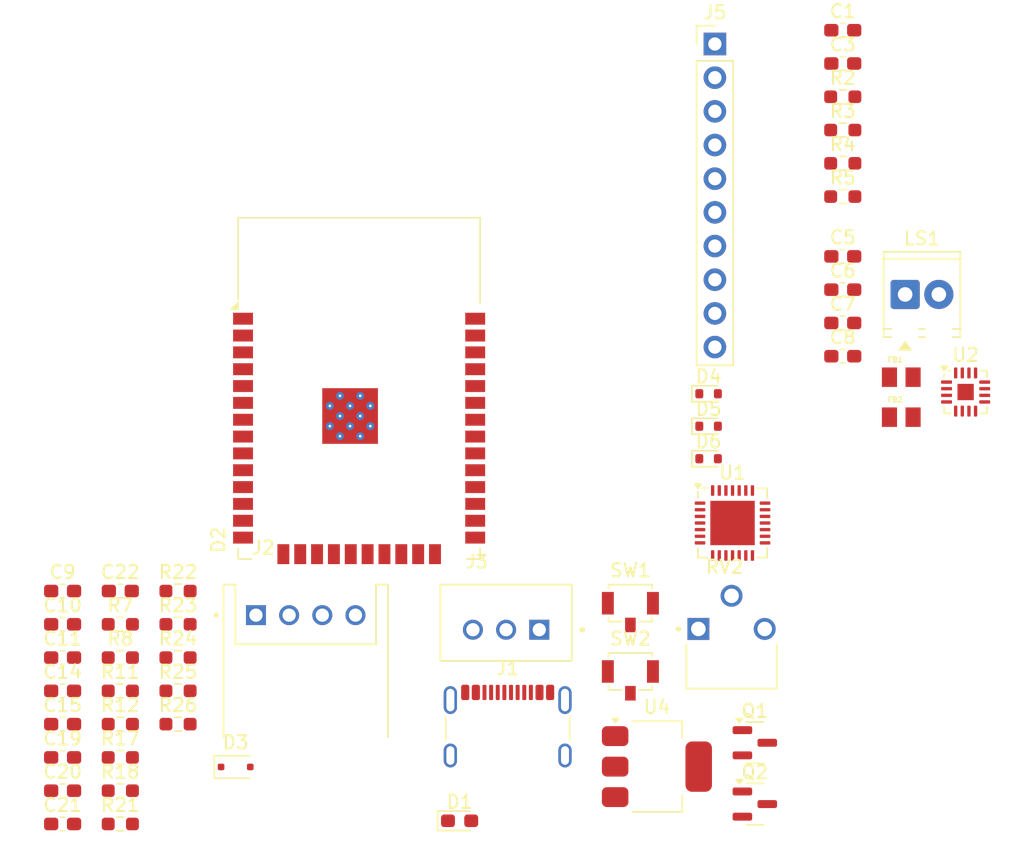
<source format=kicad_pcb>
(kicad_pcb (version 20241229) (generator "pcbnew") (generator_version "9.0")
  (layers (0 "F.Cu" signal) (2 "B.Cu" signal) (13 "F.Paste" user) (15 "B.Paste" user) (5 "F.SilkS" user "F.Silkscreen") (7 "B.SilkS" user "B.Silkscreen") (1 "F.Mask" user) (3 "B.Mask" user) (25 "Edge.Cuts" user))
  (net 0 "")
  (net 1 "GND")
  (net 2 "VDD33")
  (net 3 "Net-(C5-Pad2)")
  (net 4 "Net-(C7-Pad1)")
  (net 5 "Net-(C8-Pad1)")
  (net 6 "/EN")
  (net 7 "EXT_5V")
  (net 8 "/IO0")
  (net 9 "Net-(D1-A)")
  (net 10 "/IO26")
  (net 11 "/TXD0")
  (net 12 "Net-(D2-IO12)")
  (net 14 "/IO16")
  (net 15 "Net-(D2-IO27)")
  (net 16 "/IO23")
  (net 17 "/IO18")
  (net 19 "/IO25")
  (net 20 "/IO17")
  (net 22 "Net-(D2-IO2)")
  (net 23 "/IO5")
  (net 24 "/IO22")
  (net 25 "Net-(D2-IO35)")
  (net 26 "Net-(D2-IO21)")
  (net 28 "Net-(D2-IO15)")
  (net 29 "Net-(D2-IO14)")
  (net 30 "Net-(D2-IO4)")
  (net 31 "Net-(D2-IO32)")
  (net 32 "Net-(D2-IO33)")
  (net 33 "/RXD0")
  (net 34 "Net-(D2-IO13)")
  (net 38 "Net-(D2-IO34)")
  (net 39 "/IO19")
  (net 42 "/VBUS")
  (net 43 "/USB_DN")
  (net 44 "/USB_DP")
  (net 45 "Net-(U2-OUTP)")
  (net 46 "Net-(U2-OUTN)")
  (net 48 "Net-(J1-CC2)")
  (net 50 "Net-(J1-CC1)")
  (net 52 "/RTS")
  (net 53 "Net-(Q1-B)")
  (net 54 "Net-(Q2-B)")
  (net 55 "/DTR")
  (net 56 "/RXD")
  (net 57 "/TXD")
  (net 58 "Net-(U1-~{SUSPEND})")
  (net 59 "Net-(U1-~{RST})")
  (net 60 "Net-(U1-VBUS)")
  (footprint "Capacitor_SMD:C_0603_1608Metric_Pad1.08x0.95mm_HandSolder" (layer "F.Cu") (at 182.7305 77.363)
    (property "Reference" "C3" (at 0 -1.43 0) (layer "F.SilkS"))
    (property "Value" "10u")
    (pad "1" smd roundrect (at -0.8625 0) (size 1.075 0.95) (layers "F.Cu" "F.Mask" "F.Paste") (net 2 "VDD33"))
    (pad "2" smd roundrect (at 0.8625 0) (size 1.075 0.95) (layers "F.Cu" "F.Mask" "F.Paste") (net 1 "GND"))
  )
  (footprint "Capacitor_SMD:C_0603_1608Metric_Pad1.08x0.95mm_HandSolder" (layer "F.Cu") (at 123.9205 117.153)
    (property "Reference" "C9" (at 0 -1.43 0) (layer "F.SilkS"))
    (property "Value" "0.1 uF/50V")
    (pad "1" smd roundrect (at -0.8625 0) (size 1.075 0.95) (layers "F.Cu" "F.Mask" "F.Paste") (net 6 "/EN"))
    (pad "2" smd roundrect (at 0.8625 0) (size 1.075 0.95) (layers "F.Cu" "F.Mask" "F.Paste") (net 1 "GND"))
  )
  (footprint "Resistor_SMD:R_0603_1608Metric_Pad0.98x0.95mm_HandSolder" (layer "F.Cu") (at 128.2705 132.213)
    (property "Reference" "R18" (at 0 -1.43 0) (layer "F.SilkS"))
    (property "Value" "0R")
    (pad "1" smd roundrect (at -0.9125 0) (size 0.975 0.95) (layers "F.Cu" "F.Mask" "F.Paste") (net 33 "/RXD0"))
    (pad "2" smd roundrect (at 0.9125 0) (size 0.975 0.95) (layers "F.Cu" "F.Mask" "F.Paste") (net 57 "/TXD"))
  )
  (footprint "Diode_SMD:D_SOD-523" (layer "F.Cu") (at 172.6155 107.173)
    (property "Reference" "D6" (at 0 -1.3 0) (layer "F.SilkS"))
    (property "Value" "D")
    (pad "1" smd roundrect (at -0.7 0 180) (size 0.6 0.7) (layers "F.Cu" "F.Mask" "F.Paste") (net 1 "GND"))
    (pad "2" smd roundrect (at 0.7 0 180) (size 0.6 0.7) (layers "F.Cu" "F.Mask" "F.Paste") (net 42 "/VBUS"))
  )
  (footprint "Capacitor_SMD:C_0603_1608Metric_Pad1.08x0.95mm_HandSolder" (layer "F.Cu") (at 123.9205 119.663)
    (property "Reference" "C10" (at 0 -1.43 0) (layer "F.SilkS"))
    (property "Value" "22 uF/10V")
    (pad "1" smd roundrect (at -0.8625 0) (size 1.075 0.95) (layers "F.Cu" "F.Mask" "F.Paste") (net 7 "EXT_5V"))
    (pad "2" smd roundrect (at 0.8625 0) (size 1.075 0.95) (layers "F.Cu" "F.Mask" "F.Paste") (net 1 "GND"))
  )
  (footprint "Resistor_SMD:R_0603_1608Metric_Pad0.98x0.95mm_HandSolder" (layer "F.Cu") (at 132.6205 124.683)
    (property "Reference" "R25" (at 0 -1.43 0) (layer "F.SilkS"))
    (property "Value" "22.1k")
    (pad "1" smd roundrect (at -0.9125 0) (size 0.975 0.95) (layers "F.Cu" "F.Mask" "F.Paste") (net 42 "/VBUS"))
    (pad "2" smd roundrect (at 0.9125 0) (size 0.975 0.95) (layers "F.Cu" "F.Mask" "F.Paste") (net 60 "Net-(U1-VBUS)"))
  )
  (footprint "Capacitor_SMD:C_0603_1608Metric_Pad1.08x0.95mm_HandSolder" (layer "F.Cu") (at 123.9205 124.683)
    (property "Reference" "C14" (at 0 -1.43 0) (layer "F.SilkS"))
    (property "Value" "0.1 uF/50V")
    (pad "1" smd roundrect (at -0.8625 0) (size 1.075 0.95) (layers "F.Cu" "F.Mask" "F.Paste") (net 1 "GND"))
    (pad "2" smd roundrect (at 0.8625 0) (size 1.075 0.95) (layers "F.Cu" "F.Mask" "F.Paste") (net 6 "/EN"))
  )
  (footprint "3306K:TRIM_3306K-1-202" (layer "F.Cu") (at 174.3455 121.013)
    (property "Reference" "RV2" (at -0.525 -5.685 0) (layer "F.SilkS"))
    (property "Value" "10k")
    (pad "1" thru_hole rect (at -2.5 -1) (size 1.65 1.65) (drill 1.1) (layers "*.Cu" "*.Mask") (net 2 "VDD33"))
    (pad "2" thru_hole circle (at 0 -3.5) (size 1.65 1.65) (drill 1.1) (layers "*.Cu" "*.Mask") (net 38 "Net-(D2-IO34)"))
    (pad "3" thru_hole circle (at 2.5 -1) (size 1.65 1.65) (drill 1.1) (layers "*.Cu" "*.Mask") (net 1 "GND"))
  )
  (footprint "RF_Module:ESP32-WROOM-32" (layer "F.Cu") (at 146.2705 104.863)
    (property "Reference" "D2" (at -10.61 8.43 90) (layer "F.SilkS"))
    (property "Value" "ESP32-WROOM-32")
    (pad "1" smd rect (at -8.75 -8.25) (size 1.5 0.9) (layers "F.Cu" "F.Mask" "F.Paste") (net 1 "GND"))
    (pad "2" smd rect (at -8.75 -6.98) (size 1.5 0.9) (layers "F.Cu" "F.Mask" "F.Paste") (net 2 "VDD33"))
    (pad "3" smd rect (at -8.75 -5.71) (size 1.5 0.9) (layers "F.Cu" "F.Mask" "F.Paste") (net 6 "/EN"))
    (pad "4" smd rect (at -8.75 -4.44) (size 1.5 0.9) (layers "F.Cu" "F.Mask" "F.Paste"))
    (pad "5" smd rect (at -8.75 -3.17) (size 1.5 0.9) (layers "F.Cu" "F.Mask" "F.Paste"))
    (pad "6" smd rect (at -8.75 -1.9) (size 1.5 0.9) (layers "F.Cu" "F.Mask" "F.Paste") (net 38 "Net-(D2-IO34)"))
    (pad "7" smd rect (at -8.75 -0.63) (size 1.5 0.9) (layers "F.Cu" "F.Mask" "F.Paste") (net 25 "Net-(D2-IO35)"))
    (pad "8" smd rect (at -8.75 0.64) (size 1.5 0.9) (layers "F.Cu" "F.Mask" "F.Paste") (net 31 "Net-(D2-IO32)"))
    (pad "9" smd rect (at -8.75 1.91) (size 1.5 0.9) (layers "F.Cu" "F.Mask" "F.Paste") (net 32 "Net-(D2-IO33)"))
    (pad "10" smd rect (at -8.75 3.18) (size 1.5 0.9) (layers "F.Cu" "F.Mask" "F.Paste") (net 19 "/IO25"))
    (pad "11" smd rect (at -8.75 4.45) (size 1.5 0.9) (layers "F.Cu" "F.Mask" "F.Paste") (net 10 "/IO26"))
    (pad "12" smd rect (at -8.75 5.72) (size 1.5 0.9) (layers "F.Cu" "F.Mask" "F.Paste") (net 15 "Net-(D2-IO27)"))
    (pad "13" smd rect (at -8.75 6.99) (size 1.5 0.9) (layers "F.Cu" "F.Mask" "F.Paste") (net 29 "Net-(D2-IO14)"))
    (pad "14" smd rect (at -8.75 8.26) (size 1.5 0.9) (layers "F.Cu" "F.Mask" "F.Paste") (net 12 "Net-(D2-IO12)"))
    (pad "15" smd rect (at -5.71 9.51 90) (size 1.5 0.9) (layers "F.Cu" "F.Mask" "F.Paste") (net 1 "GND"))
    (pad "16" smd rect (at -4.44 9.51 90) (size 1.5 0.9) (layers "F.Cu" "F.Mask" "F.Paste") (net 34 "Net-(D2-IO13)"))
    (pad "17" smd rect (at -3.17 9.51 90) (size 1.5 0.9) (layers "F.Cu" "F.Mask" "F.Paste"))
    (pad "18" smd rect (at -1.9 9.51 90) (size 1.5 0.9) (layers "F.Cu" "F.Mask" "F.Paste"))
    (pad "19" smd rect (at -0.63 9.51 90) (size 1.5 0.9) (layers "F.Cu" "F.Mask" "F.Paste"))
    (pad "20" smd rect (at 0.64 9.51 90) (size 1.5 0.9) (layers "F.Cu" "F.Mask" "F.Paste"))
    (pad "21" smd rect (at 1.91 9.51 90) (size 1.5 0.9) (layers "F.Cu" "F.Mask" "F.Paste"))
    (pad "22" smd rect (at 3.18 9.51 90) (size 1.5 0.9) (layers "F.Cu" "F.Mask" "F.Paste"))
    (pad "23" smd rect (at 4.45 9.51 90) (size 1.5 0.9) (layers "F.Cu" "F.Mask" "F.Paste") (net 28 "Net-(D2-IO15)"))
    (pad "24" smd rect (at 5.72 9.51 90) (size 1.5 0.9) (layers "F.Cu" "F.Mask" "F.Paste") (net 22 "Net-(D2-IO2)"))
    (pad "25" smd rect (at 8.75 8.26) (size 1.5 0.9) (layers "F.Cu" "F.Mask" "F.Paste") (net 8 "/IO0"))
    (pad "26" smd rect (at 8.75 6.99) (size 1.5 0.9) (layers "F.Cu" "F.Mask" "F.Paste") (net 30 "Net-(D2-IO4)"))
    (pad "27" smd rect (at 8.75 5.72) (size 1.5 0.9) (layers "F.Cu" "F.Mask" "F.Paste") (net 14 "/IO16"))
    (pad "28" smd rect (at 8.75 4.45) (size 1.5 0.9) (layers "F.Cu" "F.Mask" "F.Paste") (net 20 "/IO17"))
    (pad "29" smd rect (at 8.75 3.18) (size 1.5 0.9) (layers "F.Cu" "F.Mask" "F.Paste") (net 23 "/IO5"))
    (pad "30" smd rect (at 8.75 1.91) (size 1.5 0.9) (layers "F.Cu" "F.Mask" "F.Paste") (net 17 "/IO18"))
    (pad "31" smd rect (at 8.75 0.64) (size 1.5 0.9) (layers "F.Cu" "F.Mask" "F.Paste") (net 39 "/IO19"))
    (pad "32" smd rect (at 8.75 -0.63) (size 1.5 0.9) (layers "F.Cu" "F.Mask" "F.Paste"))
    (pad "33" smd rect (at 8.75 -1.9) (size 1.5 0.9) (layers "F.Cu" "F.Mask" "F.Paste") (net 26 "Net-(D2-IO21)"))
    (pad "34" smd rect (at 8.75 -3.17) (size 1.5 0.9) (layers "F.Cu" "F.Mask" "F.Paste") (net 33 "/RXD0"))
    (pad "35" smd rect (at 8.75 -4.44) (size 1.5 0.9) (layers "F.Cu" "F.Mask" "F.Paste") (net 11 "/TXD0"))
    (pad "36" smd rect (at 8.75 -5.71) (size 1.5 0.9) (layers "F.Cu" "F.Mask" "F.Paste") (net 24 "/IO22"))
    (pad "37" smd rect (at 8.75 -6.98) (size 1.5 0.9) (layers "F.Cu" "F.Mask" "F.Paste") (net 16 "/IO23"))
    (pad "38" smd rect (at 8.75 -8.25) (size 1.5 0.9) (layers "F.Cu" "F.Mask" "F.Paste") (net 1 "GND"))
    (pad "39" smd rect (at -2.205 -2.435) (size 1.05 1.05) (layers "F.Cu" "F.Paste") (net 1 "GND"))
    (pad "39" thru_hole circle (at -2.205 -1.6725) (size 0.6 0.6) (drill 0.2) (property pad_prop_heatsink) (layers "*.Cu" "F.Mask") (net 1 "GND"))
    (pad "39" smd rect (at -2.205 -0.91) (size 1.05 1.05) (layers "F.Cu" "F.Paste") (net 1 "GND"))
    (pad "39" thru_hole circle (at -2.205 -0.1475) (size 0.6 0.6) (drill 0.2) (property pad_prop_heatsink) (layers "*.Cu" "F.Mask") (net 1 "GND"))
    (pad "39" smd rect (at -2.205 0.615) (size 1.05 1.05) (layers "F.Cu" "F.Paste") (net 1 "GND"))
    (pad "39" thru_hole circle (at -1.4425 -2.435) (size 0.6 0.6) (drill 0.2) (property pad_prop_heatsink) (layers "*.Cu" "F.Mask") (net 1 "GND"))
    (pad "39" thru_hole circle (at -1.4425 -0.91) (size 0.6 0.6) (drill 0.2) (property pad_prop_heatsink) (layers "*.Cu" "F.Mask") (net 1 "GND"))
    (pad "39" thru_hole circle (at -1.4425 0.615) (size 0.6 0.6) (drill 0.2) (property pad_prop_heatsink) (layers "*.Cu" "F.Mask") (net 1 "GND"))
    (pad "39" smd rect (at -0.68 -2.435) (size 1.05 1.05) (layers "F.Cu" "F.Paste") (net 1 "GND"))
    (pad "39" thru_hole circle (at -0.68 -1.6725) (size 0.6 0.6) (drill 0.2) (property pad_prop_heatsink) (layers "*.Cu" "F.Mask") (net 1 "GND"))
    (pad "39" smd rect (at -0.68 -0.91) (size 1.05 1.05) (layers "F.Cu" "F.Paste") (net 1 "GND"))
    (pad "39" smd rect (at -0.68 -0.91) (size 4.2 4.2) (property pad_prop_heatsink) (layers "F.Cu" "F.Mask") (net 1 "GND"))
    (pad "39" thru_hole circle (at -0.68 -0.1475) (size 0.6 0.6) (drill 0.2) (property pad_prop_heatsink) (layers "*.Cu" "F.Mask") (net 1 "GND"))
    (pad "39" smd rect (at -0.68 0.615) (size 1.05 1.05) (layers "F.Cu" "F.Paste") (net 1 "GND"))
    (pad "39" thru_hole circle (at 0.0825 -2.435) (size 0.6 0.6) (drill 0.2) (property pad_prop_heatsink) (layers "*.Cu" "F.Mask") (net 1 "GND"))
    (pad "39" thru_hole circle (at 0.0825 -0.91) (size 0.6 0.6) (drill 0.2) (property pad_prop_heatsink) (layers "*.Cu" "F.Mask") (net 1 "GND"))
    (pad "39" thru_hole circle (at 0.0825 0.615) (size 0.6 0.6) (drill 0.2) (property pad_prop_heatsink) (layers "*.Cu" "F.Mask") (net 1 "GND"))
    (pad "39" smd rect (at 0.845 -2.435) (size 1.05 1.05) (layers "F.Cu" "F.Paste") (net 1 "GND"))
    (pad "39" thru_hole circle (at 0.845 -1.6725) (size 0.6 0.6) (drill 0.2) (property pad_prop_heatsink) (layers "*.Cu" "F.Mask") (net 1 "GND"))
    (pad "39" smd rect (at 0.845 -0.91) (size 1.05 1.05) (layers "F.Cu" "F.Paste") (net 1 "GND"))
    (pad "39" thru_hole circle (at 0.845 -0.1475) (size 0.6 0.6) (drill 0.2) (property pad_prop_heatsink) (layers "*.Cu" "F.Mask") (net 1 "GND"))
    (pad "39" smd rect (at 0.845 0.615) (size 1.05 1.05) (layers "F.Cu" "F.Paste") (net 1 "GND"))
  )
  (footprint "Package_TO_SOT_SMD:SOT-223-3_TabPin2" (layer "F.Cu") (at 168.7205 130.398)
    (property "Reference" "U4" (at 0 -4.5 0) (layer "F.SilkS"))
    (property "Value" "AMS1117-3.3")
    (pad "1" smd roundrect (at -3.15 -2.3) (size 2 1.5) (layers "F.Cu" "F.Mask" "F.Paste") (net 1 "GND"))
    (pad "2" smd roundrect (at -3.15 0) (size 2 1.5) (layers "F.Cu" "F.Mask" "F.Paste") (net 2 "VDD33"))
    (pad "2" smd roundrect (at 3.15 0) (size 2 3.8) (layers "F.Cu" "F.Mask" "F.Paste") (net 2 "VDD33"))
    (pad "3" smd roundrect (at -3.15 2.3) (size 2 1.5) (layers "F.Cu" "F.Mask" "F.Paste") (net 7 "EXT_5V"))
  )
  (footprint "Capacitor_SMD:C_0603_1608Metric_Pad1.08x0.95mm_HandSolder" (layer "F.Cu") (at 182.7305 94.423)
    (property "Reference" "C6" (at 0 -1.43 0) (layer "F.SilkS"))
    (property "Value" "0.1u")
    (pad "1" smd roundrect (at -0.8625 0) (size 1.075 0.95) (layers "F.Cu" "F.Mask" "F.Paste") (net 2 "VDD33"))
    (pad "2" smd roundrect (at 0.8625 0) (size 1.075 0.95) (layers "F.Cu" "F.Mask" "F.Paste") (net 3 "Net-(C5-Pad2)"))
  )
  (footprint "LED_SMD:LED_0603_1608Metric_Pad1.05x0.95mm_HandSolder" (layer "F.Cu") (at 153.8455 134.483)
    (property "Reference" "D1" (at 0 -1.43 0) (layer "F.SilkS"))
    (property "Value" "LED")
    (pad "1" smd roundrect (at -0.875 0) (size 1.05 0.95) (layers "F.Cu" "F.Mask" "F.Paste") (net 1 "GND"))
    (pad "2" smd roundrect (at 0.875 0) (size 1.05 0.95) (layers "F.Cu" "F.Mask" "F.Paste") (net 9 "Net-(D1-A)"))
  )
  (footprint "Resistor_SMD:R_0603_1608Metric_Pad0.98x0.95mm_HandSolder" (layer "F.Cu") (at 128.2705 129.703)
    (property "Reference" "R17" (at 0 -1.43 0) (layer "F.SilkS"))
    (property "Value" "0R")
    (pad "1" smd roundrect (at -0.9125 0) (size 0.975 0.95) (layers "F.Cu" "F.Mask" "F.Paste") (net 11 "/TXD0"))
    (pad "2" smd roundrect (at 0.9125 0) (size 0.975 0.95) (layers "F.Cu" "F.Mask" "F.Paste") (net 56 "/RXD"))
  )
  (footprint "Resistor_SMD:R_0603_1608Metric_Pad0.98x0.95mm_HandSolder" (layer "F.Cu") (at 182.7305 84.893)
    (property "Reference" "R4" (at 0 -1.43 0) (layer "F.SilkS"))
    (property "Value" "10k")
    (pad "1" smd roundrect (at -0.9125 0) (size 0.975 0.95) (layers "F.Cu" "F.Mask" "F.Paste") (net 2 "VDD33"))
    (pad "2" smd roundrect (at 0.9125 0) (size 0.975 0.95) (layers "F.Cu" "F.Mask" "F.Paste") (net 17 "/IO18"))
  )
  (footprint "Capacitor_SMD:C_0603_1608Metric_Pad1.08x0.95mm_HandSolder" (layer "F.Cu") (at 182.7305 74.853)
    (property "Reference" "C1" (at 0 -1.43 0) (layer "F.SilkS"))
    (property "Value" "100n")
    (pad "1" smd roundrect (at -0.8625 0) (size 1.075 0.95) (layers "F.Cu" "F.Mask" "F.Paste") (net 2 "VDD33"))
    (pad "2" smd roundrect (at 0.8625 0) (size 1.075 0.95) (layers "F.Cu" "F.Mask" "F.Paste") (net 1 "GND"))
  )
  (footprint "Button_Switch_SMD:SW_SPST_B3U-1100P" (layer "F.Cu") (at 166.7205 118.893)
    (property "Reference" "SW1" (at 0 -3.3 0) (layer "F.SilkS"))
    (property "Value" "SW_Push")
    (pad "1" smd rect (at -1.7 -0.82) (size 0.9 1.7) (layers "F.Cu" "F.Mask" "F.Paste") (net 1 "GND"))
    (pad "2" smd rect (at 1.7 -0.82) (size 0.9 1.7) (layers "F.Cu" "F.Mask" "F.Paste") (net 8 "/IO0"))
    (pad "3" smd rect (at 0 0.82) (size 0.8 1.1) (layers "F.Cu" "F.Mask" "F.Paste"))
  )
  (footprint "Package_DFN_QFN:TQFN-16-1EP_3x3mm_P0.5mm_EP1.23x1.23mm" (layer "F.Cu") (at 191.9905 102.143)
    (property "Reference" "U2" (at 0 -2.8 0) (layer "F.SilkS"))
    (property "Value" "MAX98357A")
    (pad "1" smd roundrect (at -1.4375 -0.75) (size 0.825 0.25) (layers "F.Cu" "F.Mask" "F.Paste") (net 24 "/IO22"))
    (pad "2" smd roundrect (at -1.4375 -0.25) (size 0.825 0.25) (layers "F.Cu" "F.Mask" "F.Paste") (net 1 "GND"))
    (pad "3" smd roundrect (at -1.4375 0.25) (size 0.825 0.25) (layers "F.Cu" "F.Mask" "F.Paste") (net 1 "GND"))
    (pad "4" smd roundrect (at -1.4375 0.75) (size 0.825 0.25) (layers "F.Cu" "F.Mask" "F.Paste"))
    (pad "5" smd roundrect (at -0.75 1.4375) (size 0.25 0.825) (layers "F.Cu" "F.Mask" "F.Paste"))
    (pad "6" smd roundrect (at -0.25 1.4375) (size 0.25 0.825) (layers "F.Cu" "F.Mask" "F.Paste"))
    (pad "7" smd roundrect (at 0.25 1.4375) (size 0.25 0.825) (layers "F.Cu" "F.Mask" "F.Paste") (net 3 "Net-(C5-Pad2)"))
    (pad "8" smd roundrect (at 0.75 1.4375) (size 0.25 0.825) (layers "F.Cu" "F.Mask" "F.Paste") (net 3 "Net-(C5-Pad2)"))
    (pad "9" smd roundrect (at 1.4375 0.75) (size 0.825 0.25) (layers "F.Cu" "F.Mask" "F.Paste") (net 45 "Net-(U2-OUTP)"))
    (pad "10" smd roundrect (at 1.4375 0.25) (size 0.825 0.25) (layers "F.Cu" "F.Mask" "F.Paste") (net 46 "Net-(U2-OUTN)"))
    (pad "11" smd roundrect (at 1.4375 -0.25) (size 0.825 0.25) (layers "F.Cu" "F.Mask" "F.Paste") (net 1 "GND"))
    (pad "12" smd roundrect (at 1.4375 -0.75) (size 0.825 0.25) (layers "F.Cu" "F.Mask" "F.Paste"))
    (pad "13" smd roundrect (at 0.75 -1.4375) (size 0.25 0.825) (layers "F.Cu" "F.Mask" "F.Paste"))
    (pad "14" smd roundrect (at 0.25 -1.4375) (size 0.25 0.825) (layers "F.Cu" "F.Mask" "F.Paste") (net 19 "/IO25"))
    (pad "15" smd roundrect (at -0.25 -1.4375) (size 0.25 0.825) (layers "F.Cu" "F.Mask" "F.Paste") (net 1 "GND"))
    (pad "16" smd roundrect (at -0.75 -1.4375) (size 0.25 0.825) (layers "F.Cu" "F.Mask" "F.Paste") (net 10 "/IO26"))
    (pad "17" smd rect (at 0 0) (size 1.23 1.23) (property pad_prop_heatsink) (layers "F.Cu" "F.Mask"))
  )
  (footprint "BLM21:BEADC2012X105N" (layer "F.Cu") (at 187.1385 104.042)
    (property "Reference" "FB2" (at -0.46 -1.32 0) (layer "F.SilkS") (effects (font (size 0.393701 0.393701) (thickness 0.098425))))
    (property "Value" "Ferrite")
    (pad "1" smd rect (at -0.89 0) (size 1.14 1.47) (layers "F.Cu" "F.Mask" "F.Paste") (net 46 "Net-(U2-OUTN)"))
    (pad "2" smd rect (at 0.89 0) (size 1.14 1.47) (layers "F.Cu" "F.Mask" "F.Paste") (net 4 "Net-(C7-Pad1)"))
  )
  (footprint "Capacitor_SMD:C_0603_1608Metric_Pad1.08x0.95mm_HandSolder" (layer "F.Cu") (at 123.9205 122.173)
    (property "Reference" "C11" (at 0 -1.43 0) (layer "F.SilkS"))
    (property "Value" "22 uF/10V")
    (pad "1" smd roundrect (at -0.8625 0) (size 1.075 0.95) (layers "F.Cu" "F.Mask" "F.Paste") (net 2 "VDD33"))
    (pad "2" smd roundrect (at 0.8625 0) (size 1.075 0.95) (layers "F.Cu" "F.Mask" "F.Paste") (net 1 "GND"))
  )
  (footprint "Package_TO_SOT_SMD:SOT-23" (layer "F.Cu") (at 176.1005 133.223)
    (property "Reference" "Q2" (at 0 -2.4 0) (layer "F.SilkS"))
    (property "Value" "SS8050")
    (pad "1" smd roundrect (at -0.9375 -0.95) (size 1.475 0.6) (layers "F.Cu" "F.Mask" "F.Paste") (net 54 "Net-(Q2-B)"))
    (pad "2" smd roundrect (at -0.9375 0.95) (size 1.475 0.6) (layers "F.Cu" "F.Mask" "F.Paste") (net 8 "/IO0"))
    (pad "3" smd roundrect (at 0.9375 0) (size 1.475 0.6) (layers "F.Cu" "F.Mask" "F.Paste") (net 55 "/DTR"))
  )
  (footprint "Capacitor_SMD:C_0603_1608Metric_Pad1.08x0.95mm_HandSolder" (layer "F.Cu") (at 123.9205 127.193)
    (property "Reference" "C15" (at 0 -1.43 0) (layer "F.SilkS"))
    (property "Value" "0.1 uF/50V")
    (pad "1" smd roundrect (at -0.8625 0) (size 1.075 0.95) (layers "F.Cu" "F.Mask" "F.Paste") (net 1 "GND"))
    (pad "2" smd roundrect (at 0.8625 0) (size 1.075 0.95) (layers "F.Cu" "F.Mask" "F.Paste") (net 8 "/IO0"))
  )
  (footprint "Resistor_SMD:R_0603_1608Metric_Pad0.98x0.95mm_HandSolder" (layer "F.Cu") (at 182.7305 82.383)
    (property "Reference" "R3" (at 0 -1.43 0) (layer "F.SilkS"))
    (property "Value" "10k")
    (pad "1" smd roundrect (at -0.9125 0) (size 0.975 0.95) (layers "F.Cu" "F.Mask" "F.Paste") (net 2 "VDD33"))
    (pad "2" smd roundrect (at 0.9125 0) (size 0.975 0.95) (layers "F.Cu" "F.Mask" "F.Paste") (net 16 "/IO23"))
  )
  (footprint "Capacitor_SMD:C_0603_1608Metric_Pad1.08x0.95mm_HandSolder" (layer "F.Cu") (at 128.2705 117.153)
    (property "Reference" "C22" (at 0 -1.43 0) (layer "F.SilkS"))
    (property "Value" "0.1 uF/50V")
    (pad "1" smd roundrect (at -0.8625 0) (size 1.075 0.95) (layers "F.Cu" "F.Mask" "F.Paste") (net 2 "VDD33"))
    (pad "2" smd roundrect (at 0.8625 0) (size 1.075 0.95) (layers "F.Cu" "F.Mask" "F.Paste") (net 1 "GND"))
  )
  (footprint "BLM21:BEADC2012X105N" (layer "F.Cu") (at 187.1385 101.026)
    (property "Reference" "FB1" (at -0.46 -1.32 0) (layer "F.SilkS") (effects (font (size 0.393701 0.393701) (thickness 0.098425))))
    (property "Value" "Ferrite (600ohm @ 100MHz)" (hide yes))
    (pad "1" smd rect (at -0.89 0) (size 1.14 1.47) (layers "F.Cu" "F.Mask" "F.Paste") (net 45 "Net-(U2-OUTP)"))
    (pad "2" smd rect (at 0.89 0) (size 1.14 1.47) (layers "F.Cu" "F.Mask" "F.Paste") (net 5 "Net-(C8-Pad1)"))
  )
  (footprint "Resistor_SMD:R_0603_1608Metric_Pad0.98x0.95mm_HandSolder" (layer "F.Cu") (at 128.2705 127.193)
    (property "Reference" "R12" (at 0 -1.43 0) (layer "F.SilkS"))
    (property "Value" "5.1k")
    (pad "1" smd roundrect (at -0.9125 0) (size 0.975 0.95) (layers "F.Cu" "F.Mask" "F.Paste") (net 48 "Net-(J1-CC2)"))
    (pad "2" smd roundrect (at 0.9125 0) (size 0.975 0.95) (layers "F.Cu" "F.Mask" "F.Paste") (net 1 "GND"))
  )
  (footprint "Diode_SMD:D_SOD-323F" (layer "F.Cu") (at 136.9655 130.423)
    (property "Reference" "D3" (at 0 -1.85 0) (layer "F.SilkS"))
    (property "Value" "D_Schottky")
    (pad "1" smd roundrect (at -1.1 0) (size 0.5 0.5) (layers "F.Cu" "F.Mask" "F.Paste") (net 7 "EXT_5V"))
    (pad "2" smd roundrect (at 1.1 0) (size 0.5 0.5) (layers "F.Cu" "F.Mask" "F.Paste") (net 42 "/VBUS"))
  )
  (footprint "Connector_USB:USB_C_Receptacle_GCT_USB4105-xx-A_16P_TopMnt_Horizontal" (layer "F.Cu") (at 157.4705 128.483)
    (property "Reference" "J1" (at 0 -5.5 0) (layer "F.SilkS"))
    (property "Value" "USB_C_Receptacle_USB2.0_16P")
    (pad "" np_thru_hole circle (at -2.89 -2.605) (size 0.65 0.65) (drill 0.65) (layers "*.Cu" "*.Mask"))
    (pad "" np_thru_hole circle (at 2.89 -2.605) (size 0.65 0.65) (drill 0.65) (layers "*.Cu" "*.Mask"))
    (pad "A1" smd roundrect (at -3.2 -3.68) (size 0.6 1.15) (layers "F.Cu" "F.Mask" "F.Paste") (net 1 "GND"))
    (pad "A4" smd roundrect (at -2.4 -3.68) (size 0.6 1.15) (layers "F.Cu" "F.Mask" "F.Paste") (net 42 "/VBUS"))
    (pad "A5" smd roundrect (at -1.25 -3.68) (size 0.3 1.15) (layers "F.Cu" "F.Mask" "F.Paste") (net 50 "Net-(J1-CC1)"))
    (pad "A6" smd roundrect (at -0.25 -3.68) (size 0.3 1.15) (layers "F.Cu" "F.Mask" "F.Paste") (net 44 "/USB_DP"))
    (pad "A7" smd roundrect (at 0.25 -3.68) (size 0.3 1.15) (layers "F.Cu" "F.Mask" "F.Paste") (net 43 "/USB_DN"))
    (pad "A8" smd roundrect (at 1.25 -3.68) (size 0.3 1.15) (layers "F.Cu" "F.Mask" "F.Paste"))
    (pad "A9" smd roundrect (at 2.4 -3.68) (size 0.6 1.15) (layers "F.Cu" "F.Mask" "F.Paste") (net 42 "/VBUS"))
    (pad "A12" smd roundrect (at 3.2 -3.68) (size 0.6 1.15) (layers "F.Cu" "F.Mask" "F.Paste") (net 1 "GND"))
    (pad "B1" smd roundrect (at 3.2 -3.68) (size 0.6 1.15) (layers "F.Cu" "F.Mask" "F.Paste") (net 1 "GND"))
    (pad "B4" smd roundrect (at 2.4 -3.68) (size 0.6 1.15) (layers "F.Cu" "F.Mask" "F.Paste") (net 42 "/VBUS"))
    (pad "B5" smd roundrect (at 1.75 -3.68) (size 0.3 1.15) (layers "F.Cu" "F.Mask" "F.Paste") (net 48 "Net-(J1-CC2)"))
    (pad "B6" smd roundrect (at 0.75 -3.68) (size 0.3 1.15) (layers "F.Cu" "F.Mask" "F.Paste") (net 44 "/USB_DP"))
    (pad "B7" smd roundrect (at -0.75 -3.68) (size 0.3 1.15) (layers "F.Cu" "F.Mask" "F.Paste") (net 43 "/USB_DN"))
    (pad "B8" smd roundrect (at -1.75 -3.68) (size 0.3 1.15) (layers "F.Cu" "F.Mask" "F.Paste"))
    (pad "B9" smd roundrect (at -2.4 -3.68) (size 0.6 1.15) (layers "F.Cu" "F.Mask" "F.Paste") (net 42 "/VBUS"))
    (pad "B12" smd roundrect (at -3.2 -3.68) (size 0.6 1.15) (layers "F.Cu" "F.Mask" "F.Paste") (net 1 "GND"))
    (pad "S1" thru_hole oval (at -4.32 -3.105) (size 1 2.1) (drill oval 0.6 1.7) (property pad_prop_heatsink) (layers "*.Cu" "*.Mask" "F.Paste") (net 1 "GND"))
    (pad "S1" thru_hole oval (at -4.32 1.075) (size 1 1.8) (drill oval 0.6 1.4) (property pad_prop_heatsink) (layers "*.Cu" "*.Mask" "F.Paste") (net 1 "GND"))
    (pad "S1" thru_hole oval (at 4.32 -3.105) (size 1 2.1) (drill oval 0.6 1.7) (property pad_prop_heatsink) (layers "*.Cu" "*.Mask" "F.Paste") (net 1 "GND"))
    (pad "S1" thru_hole oval (at 4.32 1.075) (size 1 1.8) (drill oval 0.6 1.4) (property pad_prop_heatsink) (layers "*.Cu" "*.Mask" "F.Paste") (net 1 "GND"))
  )
  (footprint "Resistor_SMD:R_0603_1608Metric_Pad0.98x0.95mm_HandSolder" (layer "F.Cu") (at 128.2705 134.723)
    (property "Reference" "R21" (at 0 -1.43 0) (layer "F.SilkS"))
    (property "Value" "10k")
    (pad "1" smd roundrect (at -0.9125 0) (size 0.975 0.95) (layers "F.Cu" "F.Mask" "F.Paste") (net 55 "/DTR"))
    (pad "2" smd roundrect (at 0.9125 0) (size 0.975 0.95) (layers "F.Cu" "F.Mask" "F.Paste") (net 53 "Net-(Q1-B)"))
  )
  (footprint "Diode_SMD:D_SOD-523" (layer "F.Cu") (at 172.6155 104.723)
    (property "Reference" "D5" (at 0 -1.3 0) (layer "F.SilkS"))
    (property "Value" "D")
    (pad "1" smd roundrect (at -0.7 0 180) (size 0.6 0.7) (layers "F.Cu" "F.Mask" "F.Paste") (net 44 "/USB_DP"))
    (pad "2" smd roundrect (at 0.7 0 180) (size 0.6 0.7) (layers "F.Cu" "F.Mask" "F.Paste") (net 1 "GND"))
  )
  (footprint "Connector_PinHeader_2.54mm:PinHeader_1x10_P2.54mm_Vertical" (layer "F.Cu") (at 173.0905 75.893)
    (property "Reference" "J5" (at 0 -2.38 0) (layer "F.SilkS"))
    (property "Value" "Conn_01x10_Socket")
    (pad "1" thru_hole rect (at 0 0) (size 1.7 1.7) (drill 1) (layers "*.Cu" "*.Mask") (net 22 "Net-(D2-IO2)"))
    (pad "2" thru_hole circle (at 0 2.54) (size 1.7 1.7) (drill 1) (layers "*.Cu" "*.Mask") (net 30 "Net-(D2-IO4)"))
    (pad "3" thru_hole circle (at 0 5.08) (size 1.7 1.7) (drill 1) (layers "*.Cu" "*.Mask") (net 12 "Net-(D2-IO12)"))
    (pad "4" thru_hole circle (at 0 7.62) (size 1.7 1.7) (drill 1) (layers "*.Cu" "*.Mask") (net 34 "Net-(D2-IO13)"))
    (pad "5" thru_hole circle (at 0 10.16) (size 1.7 1.7) (drill 1) (layers "*.Cu" "*.Mask") (net 29 "Net-(D2-IO14)"))
    (pad "6" thru_hole circle (at 0 12.7) (size 1.7 1.7) (drill 1) (layers "*.Cu" "*.Mask") (net 28 "Net-(D2-IO15)"))
    (pad "7" thru_hole circle (at 0 15.24) (size 1.7 1.7) (drill 1) (layers "*.Cu" "*.Mask") (net 26 "Net-(D2-IO21)"))
    (pad "8" thru_hole circle (at 0 17.78) (size 1.7 1.7) (drill 1) (layers "*.Cu" "*.Mask") (net 15 "Net-(D2-IO27)"))
    (pad "9" thru_hole circle (at 0 20.32) (size 1.7 1.7) (drill 1) (layers "*.Cu" "*.Mask") (net 32 "Net-(D2-IO33)"))
    (pad "10" thru_hole circle (at 0 22.86) (size 1.7 1.7) (drill 1) (layers "*.Cu" "*.Mask") (net 25 "Net-(D2-IO35)"))
  )
  (footprint "Resistor_SMD:R_0603_1608Metric_Pad0.98x0.95mm_HandSolder" (layer "F.Cu") (at 132.6205 119.663)
    (property "Reference" "R23" (at 0 -1.43 0) (layer "F.SilkS"))
    (property "Value" "10k")
    (pad "1" smd roundrect (at -0.9125 0) (size 0.975 0.95) (layers "F.Cu" "F.Mask" "F.Paste") (net 1 "GND"))
    (pad "2" smd roundrect (at 0.9125 0) (size 0.975 0.95) (layers "F.Cu" "F.Mask" "F.Paste") (net 58 "Net-(U1-~{SUSPEND})"))
  )
  (footprint "Button_Switch_SMD:SW_SPST_B3U-1100P" (layer "F.Cu") (at 166.7205 124.043)
    (property "Reference" "SW2" (at 0 -3.3 0) (layer "F.SilkS"))
    (property "Value" "SW_Push")
    (pad "1" smd rect (at -1.7 -0.82) (size 0.9 1.7) (layers "F.Cu" "F.Mask" "F.Paste") (net 1 "GND"))
    (pad "2" smd rect (at 1.7 -0.82) (size 0.9 1.7) (layers "F.Cu" "F.Mask" "F.Paste") (net 6 "/EN"))
    (pad "3" smd rect (at 0 0.82) (size 0.8 1.1) (layers "F.Cu" "F.Mask" "F.Paste"))
  )
  (footprint "Resistor_SMD:R_0603_1608Metric_Pad0.98x0.95mm_HandSolder" (layer "F.Cu") (at 182.7305 79.873)
    (property "Reference" "R2" (at 0 -1.43 0) (layer "F.SilkS"))
    (property "Value" "10k")
    (pad "1" smd roundrect (at -0.9125 0) (size 0.975 0.95) (layers "F.Cu" "F.Mask" "F.Paste") (net 2 "VDD33"))
    (pad "2" smd roundrect (at 0.9125 0) (size 0.975 0.95) (layers "F.Cu" "F.Mask" "F.Paste") (net 23 "/IO5"))
  )
  (footprint "B3B_XH_A:JST_B3B-XH-A" (layer "F.Cu") (at 157.3505 119.548)
    (property "Reference" "J3" (at -2.2 -4.6 0) (layer "F.SilkS") (effects (font (size 0.944882 0.944882))))
    (property "Value" "B3B-XH-A")
    (pad "1" thru_hole rect (at 2.5 0.525) (size 1.508 1.508) (drill 1) (layers "*.Cu" "*.Mask"))
    (pad "2" thru_hole circle (at 0 0.525) (size 1.508 1.508) (drill 1) (layers "*.Cu" "*.Mask") (net 31 "Net-(D2-IO32)"))
    (pad "3" thru_hole circle (at -2.5 0.525) (size 1.508 1.508) (drill 1) (layers "*.Cu" "*.Mask") (net 1 "GND"))
  )
  (footprint "Resistor_SMD:R_0603_1608Metric_Pad0.98x0.95mm_HandSolder" (layer "F.Cu") (at 128.2705 124.683)
    (property "Reference" "R11" (at 0 -1.43 0) (layer "F.SilkS"))
    (property "Value" "10k")
    (pad "1" smd roundrect (at -0.9125 0) (size 0.975 0.95) (layers "F.Cu" "F.Mask" "F.Paste") (net 6 "/EN"))
    (pad "2" smd roundrect (at 0.9125 0) (size 0.975 0.95) (layers "F.Cu" "F.Mask" "F.Paste") (net 2 "VDD33"))
  )
  (footprint "Capacitor_SMD:C_0603_1608Metric_Pad1.08x0.95mm_HandSolder" (layer "F.Cu") (at 182.7305 96.933)
    (property "Reference" "C7" (at 0 -1.43 0) (layer "F.SilkS"))
    (property "Value" "220p")
    (pad "1" smd roundrect (at -0.8625 0) (size 1.075 0.95) (layers "F.Cu" "F.Mask" "F.Paste") (net 4 "Net-(C7-Pad1)"))
    (pad "2" smd roundrect (at 0.8625 0) (size 1.075 0.95) (layers "F.Cu" "F.Mask" "F.Paste") (net 1 "GND"))
  )
  (footprint "Package_TO_SOT_SMD:SOT-23" (layer "F.Cu") (at 176.1005 128.598)
    (property "Reference" "Q1" (at 0 -2.4 0) (layer "F.SilkS"))
    (property "Value" "SS8050")
    (pad "1" smd roundrect (at -0.9375 -0.95) (size 1.475 0.6) (layers "F.Cu" "F.Mask" "F.Paste") (net 53 "Net-(Q1-B)"))
    (pad "2" smd roundrect (at -0.9375 0.95) (size 1.475 0.6) (layers "F.Cu" "F.Mask" "F.Paste") (net 52 "/RTS"))
    (pad "3" smd roundrect (at 0.9375 0) (size 1.475 0.6) (layers "F.Cu" "F.Mask" "F.Paste") (net 6 "/EN"))
  )
  (footprint "Package_DFN_QFN:QFN-28-1EP_5x5mm_P0.5mm_EP3.35x3.35mm" (layer "F.Cu") (at 174.4205 112.023)
    (property "Reference" "U1" (at 0 -3.8 0) (layer "F.SilkS"))
    (property "Value" "CP2102N-Axx-xQFN28")
    (pad "1" smd roundrect (at -2.45 -1.5) (size 0.8 0.25) (layers "F.Cu" "F.Mask" "F.Paste"))
    (pad "2" smd roundrect (at -2.45 -1) (size 0.8 0.25) (layers "F.Cu" "F.Mask" "F.Paste"))
    (pad "3" smd roundrect (at -2.45 -0.5) (size 0.8 0.25) (layers "F.Cu" "F.Mask" "F.Paste") (net 1 "GND"))
    (pad "4" smd roundrect (at -2.45 0) (size 0.8 0.25) (layers "F.Cu" "F.Mask" "F.Paste") (net 44 "/USB_DP"))
    (pad "5" smd roundrect (at -2.45 0.5) (size 0.8 0.25) (layers "F.Cu" "F.Mask" "F.Paste") (net 43 "/USB_DN"))
    (pad "6" smd roundrect (at -2.45 1) (size 0.8 0.25) (layers "F.Cu" "F.Mask" "F.Paste") (net 2 "VDD33"))
    (pad "7" smd roundrect (at -2.45 1.5) (size 0.8 0.25) (layers "F.Cu" "F.Mask" "F.Paste") (net 2 "VDD33"))
    (pad "8" smd roundrect (at -1.5 2.45) (size 0.25 0.8) (layers "F.Cu" "F.Mask" "F.Paste") (net 60 "Net-(U1-VBUS)"))
    (pad "9" smd roundrect (at -1 2.45) (size 0.25 0.8) (layers "F.Cu" "F.Mask" "F.Paste") (net 59 "Net-(U1-~{RST})"))
    (pad "10" smd roundrect (at -0.5 2.45) (size 0.25 0.8) (layers "F.Cu" "F.Mask" "F.Paste"))
    (pad "11" smd roundrect (at 0 2.45) (size 0.25 0.8) (layers "F.Cu" "F.Mask" "F.Paste") (net 58 "Net-(U1-~{SUSPEND})"))
    (pad "12" smd roundrect (at 0.5 2.45) (size 0.25 0.8) (layers "F.Cu" "F.Mask" "F.Paste"))
    (pad "13" smd roundrect (at 1 2.45) (size 0.25 0.8) (layers "F.Cu" "F.Mask" "F.Paste"))
    (pad "14" smd roundrect (at 1.5 2.45) (size 0.25 0.8) (layers "F.Cu" "F.Mask" "F.Paste"))
    (pad "15" smd roundrect (at 2.45 1.5) (size 0.8 0.25) (layers "F.Cu" "F.Mask" "F.Paste"))
    (pad "16" smd roundrect (at 2.45 1) (size 0.8 0.25) (layers "F.Cu" "F.Mask" "F.Paste"))
    (pad "17" smd roundrect (at 2.45 0.5) (size 0.8 0.25) (layers "F.Cu" "F.Mask" "F.Paste"))
    (pad "18" smd roundrect (at 2.45 0) (size 0.8 0.25) (layers "F.Cu" "F.Mask" "F.Paste"))
    (pad "19" smd roundrect (at 2.45 -0.5) (size 0.8 0.25) (layers "F.Cu" "F.Mask" "F.Paste"))
    (pad "20" smd roundrect (at 2.45 -1) (size 0.8 0.25) (layers "F.Cu" "F.Mask" "F.Paste"))
    (pad "21" smd roundrect (at 2.45 -1.5) (size 0.8 0.25) (layers "F.Cu" "F.Mask" "F.Paste"))
    (pad "22" smd roundrect (at 1.5 -2.45) (size 0.25 0.8) (layers "F.Cu" "F.Mask" "F.Paste"))
    (pad "23" smd roundrect (at 1 -2.45) (size 0.25 0.8) (layers "F.Cu" "F.Mask" "F.Paste"))
    (pad "24" smd roundrect (at 0.5 -2.45) (size 0.25 0.8) (layers "F.Cu" "F.Mask" "F.Paste") (net 52 "/RTS"))
    (pad "25" smd roundrect (at 0 -2.45) (size 0.25 0.8) (layers "F.Cu" "F.Mask" "F.Paste") (net 56 "/RXD"))
    (pad "26" smd roundrect (at -0.5 -2.45) (size 0.25 0.8) (layers "F.Cu" "F.Mask" "F.Paste") (net 57 "/TXD"))
    (pad "27" smd roundrect (at -1 -2.45) (size 0.25 0.8) (layers "F.Cu" "F.Mask" "F.Paste"))
    (pad "28" smd roundrect (at -1.5 -2.45) (size 0.25 0.8) (layers "F.Cu" "F.Mask" "F.Paste") (net 55 "/DTR"))
    (pad "29" smd rect (at 0 0) (size 3.35 3.35) (property pad_prop_heatsink) (layers "F.Cu" "F.Mask") (net 1 "GND"))
  )
  (footprint "Resistor_SMD:R_0603_1608Metric_Pad0.98x0.95mm_HandSolder" (layer "F.Cu") (at 128.2705 122.173)
    (property "Reference" "R8" (at 0 -1.43 0) (layer "F.SilkS"))
    (property "Value" "5.1k")
    (pad "1" smd roundrect (at -0.9125 0) (size 0.975 0.95) (layers "F.Cu" "F.Mask" "F.Paste") (net 50 "Net-(J1-CC1)"))
    (pad "2" smd roundrect (at 0.9125 0) (size 0.975 0.95) (layers "F.Cu" "F.Mask" "F.Paste") (net 1 "GND"))
  )
  (footprint "Capacitor_SMD:C_0603_1608Metric_Pad1.08x0.95mm_HandSolder" (layer "F.Cu") (at 182.7305 99.443)
    (property "Reference" "C8" (at 0 -1.43 0) (layer "F.SilkS"))
    (property "Value" "220p")
    (pad "1" smd roundrect (at -0.8625 0) (size 1.075 0.95) (layers "F.Cu" "F.Mask" "F.Paste") (net 5 "Net-(C8-Pad1)"))
    (pad "2" smd roundrect (at 0.8625 0) (size 1.075 0.95) (layers "F.Cu" "F.Mask" "F.Paste") (net 1 "GND"))
  )
  (footprint "S4B-XH-A:JST_S4B-XH-A" (layer "F.Cu") (at 142.2455 124.673)
    (property "Reference" "J2" (at -3.195 -10.795 0) (layer "F.SilkS"))
    (property "Value" "S4B-XH-A")
    (pad "1" thru_hole rect (at -3.75 -5.7) (size 1.508 1.508) (drill 1) (layers "*.Cu" "*.Mask") (net 1 "GND"))
    (pad "2" thru_hole circle (at -1.25 -5.7) (size 1.508 1.508) (drill 1) (layers "*.Cu" "*.Mask") (net 2 "VDD33"))
    (pad "3" thru_hole circle (at 1.25 -5.7) (size 1.508 1.508) (drill 1) (layers "*.Cu" "*.Mask") (net 14 "/IO16"))
    (pad "4" thru_hole circle (at 3.75 -5.7) (size 1.508 1.508) (drill 1) (layers "*.Cu" "*.Mask") (net 20 "/IO17"))
  )
  (footprint "Capacitor_SMD:C_0603_1608Metric_Pad1.08x0.95mm_HandSolder" (layer "F.Cu") (at 123.9205 134.723)
    (property "Reference" "C21" (at 0 -1.43 0) (layer "F.SilkS"))
    (property "Value" "22 uF/10V")
    (pad "1" smd roundrect (at -0.8625 0) (size 1.075 0.95) (layers "F.Cu" "F.Mask" "F.Paste") (net 2 "VDD33"))
    (pad "2" smd roundrect (at 0.8625 0) (size 1.075 0.95) (layers "F.Cu" "F.Mask" "F.Paste") (net 1 "GND"))
  )
  (footprint "Resistor_SMD:R_0603_1608Metric_Pad0.98x0.95mm_HandSolder" (layer "F.Cu") (at 132.6205 122.173)
    (property "Reference" "R24" (at 0 -1.43 0) (layer "F.SilkS"))
    (property "Value" "2k")
    (pad "1" smd roundrect (at -0.9125 0) (size 0.975 0.95) (layers "F.Cu" "F.Mask" "F.Paste") (net 2 "VDD33"))
    (pad "2" smd roundrect (at 0.9125 0) (size 0.975 0.95) (layers "F.Cu" "F.Mask" "F.Paste") (net 59 "Net-(U1-~{RST})"))
  )
  (footprint "Resistor_SMD:R_0603_1608Metric_Pad0.98x0.95mm_HandSolder" (layer "F.Cu") (at 182.7305 87.403)
    (property "Reference" "R5" (at 0 -1.43 0) (layer "F.SilkS"))
    (property "Value" "10k")
    (pad "1" smd roundrect (at -0.9125 0) (size 0.975 0.95) (layers "F.Cu" "F.Mask" "F.Paste") (net 2 "VDD33"))
    (pad "2" smd roundrect (at 0.9125 0) (size 0.975 0.95) (layers "F.Cu" "F.Mask" "F.Paste") (net 39 "/IO19"))
  )
  (footprint "Resistor_SMD:R_0603_1608Metric_Pad0.98x0.95mm_HandSolder" (layer "F.Cu") (at 128.2705 119.663)
    (property "Reference" "R7" (at 0 -1.43 0) (layer "F.SilkS"))
    (property "Value" "2k")
    (pad "1" smd roundrect (at -0.9125 0) (size 0.975 0.95) (layers "F.Cu" "F.Mask" "F.Paste") (net 7 "EXT_5V"))
    (pad "2" smd roundrect (at 0.9125 0) (size 0.975 0.95) (layers "F.Cu" "F.Mask" "F.Paste") (net 9 "Net-(D1-A)"))
  )
  (footprint "TerminalBlock_Phoenix:TerminalBlock_Phoenix_MPT-0,5-2-2.54_1x02_P2.54mm_Horizontal" (layer "F.Cu") (at 187.4305 94.783)
    (property "Reference" "LS1" (at 1.27 -4.22 0) (layer "F.SilkS"))
    (property "Value" "8Ω")
    (pad "" np_thru_hole circle (at 0 2.54) (size 1.1 1.1) (drill 1.1) (layers "*.Cu" "*.Mask"))
    (pad "" np_thru_hole circle (at 2.54 2.54) (size 1.1 1.1) (drill 1.1) (layers "*.Cu" "*.Mask"))
    (pad "1" thru_hole roundrect (at 0 0) (size 2.2 2.2) (drill 1.1) (layers "*.Cu" "*.Mask") (roundrect_rratio 0.113636) (net 5 "Net-(C8-Pad1)"))
    (pad "2" thru_hole circle (at 2.54 0) (size 2.2 2.2) (drill 1.1) (layers "*.Cu" "*.Mask") (net 4 "Net-(C7-Pad1)"))
  )
  (footprint "Resistor_SMD:R_0603_1608Metric_Pad0.98x0.95mm_HandSolder" (layer "F.Cu") (at 132.6205 117.153)
    (property "Reference" "R22" (at 0 -1.43 0) (layer "F.SilkS"))
    (property "Value" "10k")
    (pad "1" smd roundrect (at -0.9125 0) (size 0.975 0.95) (layers "F.Cu" "F.Mask" "F.Paste") (net 52 "/RTS"))
    (pad "2" smd roundrect (at 0.9125 0) (size 0.975 0.95) (layers "F.Cu" "F.Mask" "F.Paste") (net 54 "Net-(Q2-B)"))
  )
  (footprint "Capacitor_SMD:C_0603_1608Metric_Pad1.08x0.95mm_HandSolder" (layer "F.Cu") (at 123.9205 132.213)
    (property "Reference" "C20" (at 0 -1.43 0) (layer "F.SilkS"))
    (property "Value" "4.7 uF/6.3V")
    (pad "1" smd roundrect (at -0.8625 0) (size 1.075 0.95) (layers "F.Cu" "F.Mask" "F.Paste") (net 2 "VDD33"))
    (pad "2" smd roundrect (at 0.8625 0) (size 1.075 0.95) (layers "F.Cu" "F.Mask" "F.Paste") (net 1 "GND"))
  )
  (footprint "Capacitor_SMD:C_0603_1608Metric_Pad1.08x0.95mm_HandSolder" (layer "F.Cu") (at 123.9205 129.703)
    (property "Reference" "C19" (at 0 -1.43 0) (layer "F.SilkS"))
    (property "Value" "0.1 uF/50V")
    (pad "1" smd roundrect (at -0.8625 0) (size 1.075 0.95) (layers "F.Cu" "F.Mask" "F.Paste") (net 2 "VDD33"))
    (pad "2" smd roundrect (at 0.8625 0) (size 1.075 0.95) (layers "F.Cu" "F.Mask" "F.Paste") (net 1 "GND"))
  )
  (footprint "Resistor_SMD:R_0603_1608Metric_Pad0.98x0.95mm_HandSolder" (layer "F.Cu") (at 132.6205 127.193)
    (property "Reference" "R26" (at 0 -1.43 0) (layer "F.SilkS"))
    (property "Value" "47.5k")
    (pad "1" smd roundrect (at -0.9125 0) (size 0.975 0.95) (layers "F.Cu" "F.Mask" "F.Paste") (net 60 "Net-(U1-VBUS)"))
    (pad "2" smd roundrect (at 0.9125 0) (size 0.975 0.95) (layers "F.Cu" "F.Mask" "F.Paste") (net 1 "GND"))
  )
  (footprint "Capacitor_SMD:C_0603_1608Metric_Pad1.08x0.95mm_HandSolder" (layer "F.Cu") (at 182.7305 91.913)
    (property "Reference" "C5" (at 0 -1.43 0) (layer "F.SilkS"))
    (property "Value" "10u")
    (pad "1" smd roundrect (at -0.8625 0) (size 1.075 0.95) (layers "F.Cu" "F.Mask" "F.Paste") (net 2 "VDD33"))
    (pad "2" smd roundrect (at 0.8625 0) (size 1.075 0.95) (layers "F.Cu" "F.Mask" "F.Paste") (net 3 "Net-(C5-Pad2)"))
  )
  (footprint "Diode_SMD:D_SOD-523" (layer "F.Cu") (at 172.6155 102.273)
    (property "Reference" "D4" (at 0 -1.3 0) (layer "F.SilkS"))
    (property "Value" "D")
    (pad "1" smd roundrect (at -0.7 0 180) (size 0.6 0.7) (layers "F.Cu" "F.Mask" "F.Paste") (net 1 "GND"))
    (pad "2" smd roundrect (at 0.7 0 180) (size 0.6 0.7) (layers "F.Cu" "F.Mask" "F.Paste") (net 43 "/USB_DN"))
  )
)
</source>
